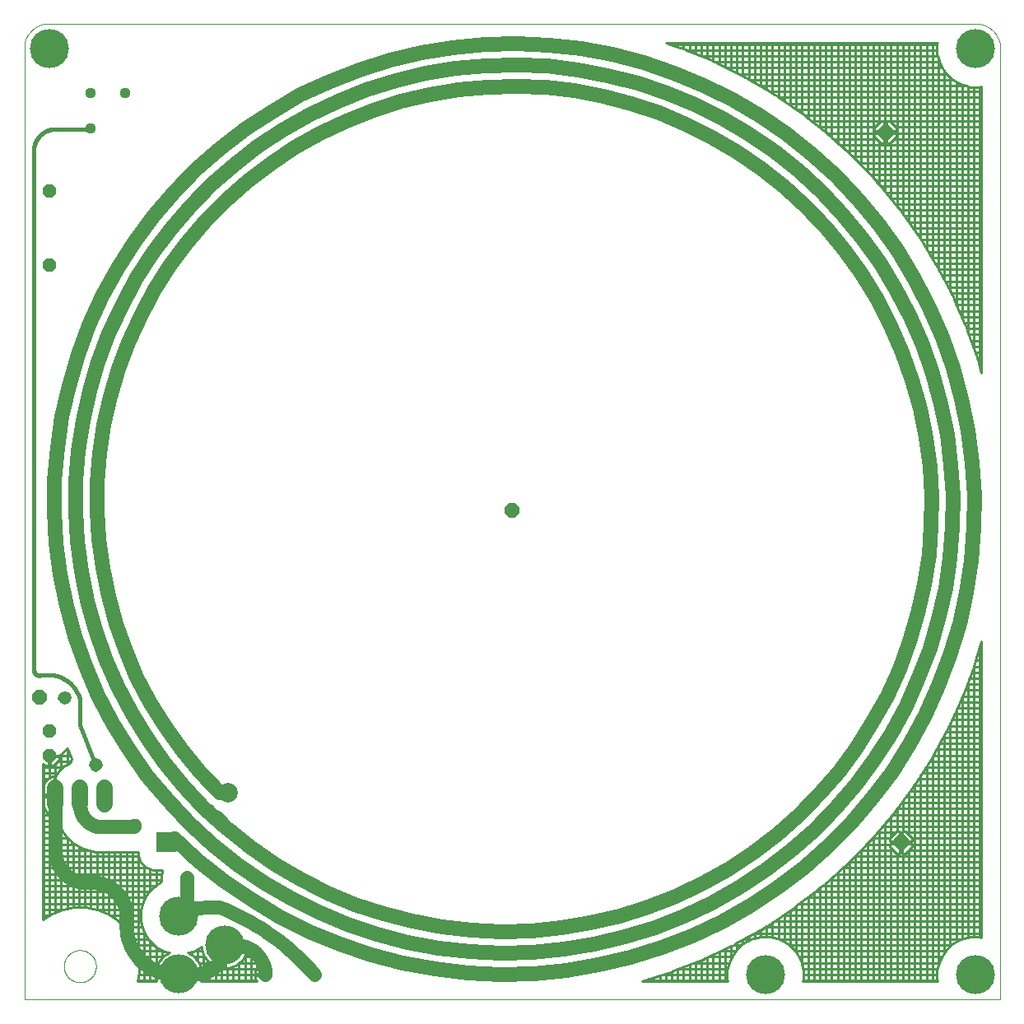
<source format=gbl>
G75*
%MOIN*%
%OFA0B0*%
%FSLAX25Y25*%
%IPPOS*%
%LPD*%
%AMOC8*
5,1,8,0,0,1.08239X$1,22.5*
%
%ADD10C,0.00000*%
%ADD11C,0.01040*%
%ADD12C,0.06600*%
%ADD13OC8,0.05200*%
%ADD14OC8,0.06000*%
%ADD15C,0.15811*%
%ADD16C,0.15800*%
%ADD17R,0.07874X0.07874*%
%ADD18C,0.07874*%
%ADD19C,0.04400*%
%ADD20C,0.06299*%
%ADD21C,0.05906*%
%ADD22C,0.01600*%
%ADD23C,0.01000*%
%ADD24C,0.05600*%
D10*
X0042595Y0025000D02*
X0042595Y0412500D01*
X0050095Y0420000D02*
X0430095Y0420000D01*
X0437595Y0412500D02*
X0437595Y0025000D01*
X0042595Y0025000D01*
X0058595Y0038500D02*
X0058597Y0038661D01*
X0058603Y0038821D01*
X0058613Y0038982D01*
X0058627Y0039142D01*
X0058645Y0039302D01*
X0058666Y0039461D01*
X0058692Y0039620D01*
X0058722Y0039778D01*
X0058755Y0039935D01*
X0058793Y0040092D01*
X0058834Y0040247D01*
X0058879Y0040401D01*
X0058928Y0040554D01*
X0058981Y0040706D01*
X0059037Y0040857D01*
X0059098Y0041006D01*
X0059161Y0041154D01*
X0059229Y0041300D01*
X0059300Y0041444D01*
X0059374Y0041586D01*
X0059452Y0041727D01*
X0059534Y0041865D01*
X0059619Y0042002D01*
X0059707Y0042136D01*
X0059799Y0042268D01*
X0059894Y0042398D01*
X0059992Y0042526D01*
X0060093Y0042651D01*
X0060197Y0042773D01*
X0060304Y0042893D01*
X0060414Y0043010D01*
X0060527Y0043125D01*
X0060643Y0043236D01*
X0060762Y0043345D01*
X0060883Y0043450D01*
X0061007Y0043553D01*
X0061133Y0043653D01*
X0061261Y0043749D01*
X0061392Y0043842D01*
X0061526Y0043932D01*
X0061661Y0044019D01*
X0061799Y0044102D01*
X0061938Y0044182D01*
X0062080Y0044258D01*
X0062223Y0044331D01*
X0062368Y0044400D01*
X0062515Y0044466D01*
X0062663Y0044528D01*
X0062813Y0044586D01*
X0062964Y0044641D01*
X0063117Y0044692D01*
X0063271Y0044739D01*
X0063426Y0044782D01*
X0063582Y0044821D01*
X0063738Y0044857D01*
X0063896Y0044888D01*
X0064054Y0044916D01*
X0064213Y0044940D01*
X0064373Y0044960D01*
X0064533Y0044976D01*
X0064693Y0044988D01*
X0064854Y0044996D01*
X0065015Y0045000D01*
X0065175Y0045000D01*
X0065336Y0044996D01*
X0065497Y0044988D01*
X0065657Y0044976D01*
X0065817Y0044960D01*
X0065977Y0044940D01*
X0066136Y0044916D01*
X0066294Y0044888D01*
X0066452Y0044857D01*
X0066608Y0044821D01*
X0066764Y0044782D01*
X0066919Y0044739D01*
X0067073Y0044692D01*
X0067226Y0044641D01*
X0067377Y0044586D01*
X0067527Y0044528D01*
X0067675Y0044466D01*
X0067822Y0044400D01*
X0067967Y0044331D01*
X0068110Y0044258D01*
X0068252Y0044182D01*
X0068391Y0044102D01*
X0068529Y0044019D01*
X0068664Y0043932D01*
X0068798Y0043842D01*
X0068929Y0043749D01*
X0069057Y0043653D01*
X0069183Y0043553D01*
X0069307Y0043450D01*
X0069428Y0043345D01*
X0069547Y0043236D01*
X0069663Y0043125D01*
X0069776Y0043010D01*
X0069886Y0042893D01*
X0069993Y0042773D01*
X0070097Y0042651D01*
X0070198Y0042526D01*
X0070296Y0042398D01*
X0070391Y0042268D01*
X0070483Y0042136D01*
X0070571Y0042002D01*
X0070656Y0041865D01*
X0070738Y0041727D01*
X0070816Y0041586D01*
X0070890Y0041444D01*
X0070961Y0041300D01*
X0071029Y0041154D01*
X0071092Y0041006D01*
X0071153Y0040857D01*
X0071209Y0040706D01*
X0071262Y0040554D01*
X0071311Y0040401D01*
X0071356Y0040247D01*
X0071397Y0040092D01*
X0071435Y0039935D01*
X0071468Y0039778D01*
X0071498Y0039620D01*
X0071524Y0039461D01*
X0071545Y0039302D01*
X0071563Y0039142D01*
X0071577Y0038982D01*
X0071587Y0038821D01*
X0071593Y0038661D01*
X0071595Y0038500D01*
X0071593Y0038339D01*
X0071587Y0038179D01*
X0071577Y0038018D01*
X0071563Y0037858D01*
X0071545Y0037698D01*
X0071524Y0037539D01*
X0071498Y0037380D01*
X0071468Y0037222D01*
X0071435Y0037065D01*
X0071397Y0036908D01*
X0071356Y0036753D01*
X0071311Y0036599D01*
X0071262Y0036446D01*
X0071209Y0036294D01*
X0071153Y0036143D01*
X0071092Y0035994D01*
X0071029Y0035846D01*
X0070961Y0035700D01*
X0070890Y0035556D01*
X0070816Y0035414D01*
X0070738Y0035273D01*
X0070656Y0035135D01*
X0070571Y0034998D01*
X0070483Y0034864D01*
X0070391Y0034732D01*
X0070296Y0034602D01*
X0070198Y0034474D01*
X0070097Y0034349D01*
X0069993Y0034227D01*
X0069886Y0034107D01*
X0069776Y0033990D01*
X0069663Y0033875D01*
X0069547Y0033764D01*
X0069428Y0033655D01*
X0069307Y0033550D01*
X0069183Y0033447D01*
X0069057Y0033347D01*
X0068929Y0033251D01*
X0068798Y0033158D01*
X0068664Y0033068D01*
X0068529Y0032981D01*
X0068391Y0032898D01*
X0068252Y0032818D01*
X0068110Y0032742D01*
X0067967Y0032669D01*
X0067822Y0032600D01*
X0067675Y0032534D01*
X0067527Y0032472D01*
X0067377Y0032414D01*
X0067226Y0032359D01*
X0067073Y0032308D01*
X0066919Y0032261D01*
X0066764Y0032218D01*
X0066608Y0032179D01*
X0066452Y0032143D01*
X0066294Y0032112D01*
X0066136Y0032084D01*
X0065977Y0032060D01*
X0065817Y0032040D01*
X0065657Y0032024D01*
X0065497Y0032012D01*
X0065336Y0032004D01*
X0065175Y0032000D01*
X0065015Y0032000D01*
X0064854Y0032004D01*
X0064693Y0032012D01*
X0064533Y0032024D01*
X0064373Y0032040D01*
X0064213Y0032060D01*
X0064054Y0032084D01*
X0063896Y0032112D01*
X0063738Y0032143D01*
X0063582Y0032179D01*
X0063426Y0032218D01*
X0063271Y0032261D01*
X0063117Y0032308D01*
X0062964Y0032359D01*
X0062813Y0032414D01*
X0062663Y0032472D01*
X0062515Y0032534D01*
X0062368Y0032600D01*
X0062223Y0032669D01*
X0062080Y0032742D01*
X0061938Y0032818D01*
X0061799Y0032898D01*
X0061661Y0032981D01*
X0061526Y0033068D01*
X0061392Y0033158D01*
X0061261Y0033251D01*
X0061133Y0033347D01*
X0061007Y0033447D01*
X0060883Y0033550D01*
X0060762Y0033655D01*
X0060643Y0033764D01*
X0060527Y0033875D01*
X0060414Y0033990D01*
X0060304Y0034107D01*
X0060197Y0034227D01*
X0060093Y0034349D01*
X0059992Y0034474D01*
X0059894Y0034602D01*
X0059799Y0034732D01*
X0059707Y0034864D01*
X0059619Y0034998D01*
X0059534Y0035135D01*
X0059452Y0035273D01*
X0059374Y0035414D01*
X0059300Y0035556D01*
X0059229Y0035700D01*
X0059161Y0035846D01*
X0059098Y0035994D01*
X0059037Y0036143D01*
X0058981Y0036294D01*
X0058928Y0036446D01*
X0058879Y0036599D01*
X0058834Y0036753D01*
X0058793Y0036908D01*
X0058755Y0037065D01*
X0058722Y0037222D01*
X0058692Y0037380D01*
X0058666Y0037539D01*
X0058645Y0037698D01*
X0058627Y0037858D01*
X0058613Y0038018D01*
X0058603Y0038179D01*
X0058597Y0038339D01*
X0058595Y0038500D01*
X0042596Y0412499D02*
X0042667Y0412748D01*
X0042743Y0412994D01*
X0042826Y0413238D01*
X0042915Y0413481D01*
X0043009Y0413721D01*
X0043110Y0413959D01*
X0043216Y0414194D01*
X0043327Y0414427D01*
X0043445Y0414657D01*
X0043567Y0414884D01*
X0043696Y0415108D01*
X0043829Y0415329D01*
X0043968Y0415546D01*
X0044112Y0415760D01*
X0044261Y0415971D01*
X0044415Y0416178D01*
X0044575Y0416381D01*
X0044739Y0416580D01*
X0044908Y0416776D01*
X0045081Y0416967D01*
X0045259Y0417153D01*
X0045442Y0417336D01*
X0045628Y0417514D01*
X0045819Y0417687D01*
X0046015Y0417856D01*
X0046214Y0418020D01*
X0046417Y0418180D01*
X0046624Y0418334D01*
X0046835Y0418483D01*
X0047049Y0418627D01*
X0047266Y0418766D01*
X0047487Y0418899D01*
X0047711Y0419028D01*
X0047938Y0419150D01*
X0048168Y0419268D01*
X0048401Y0419379D01*
X0048636Y0419485D01*
X0048874Y0419586D01*
X0049114Y0419680D01*
X0049357Y0419769D01*
X0049601Y0419852D01*
X0049847Y0419928D01*
X0050096Y0419999D01*
X0430095Y0419999D02*
X0430344Y0419928D01*
X0430590Y0419852D01*
X0430834Y0419769D01*
X0431077Y0419680D01*
X0431317Y0419586D01*
X0431555Y0419485D01*
X0431790Y0419379D01*
X0432023Y0419268D01*
X0432253Y0419150D01*
X0432480Y0419028D01*
X0432704Y0418899D01*
X0432925Y0418766D01*
X0433142Y0418627D01*
X0433356Y0418483D01*
X0433567Y0418334D01*
X0433774Y0418180D01*
X0433977Y0418020D01*
X0434176Y0417856D01*
X0434372Y0417687D01*
X0434563Y0417514D01*
X0434749Y0417336D01*
X0434932Y0417153D01*
X0435110Y0416967D01*
X0435283Y0416776D01*
X0435452Y0416580D01*
X0435616Y0416381D01*
X0435776Y0416178D01*
X0435930Y0415971D01*
X0436079Y0415760D01*
X0436223Y0415546D01*
X0436362Y0415329D01*
X0436495Y0415108D01*
X0436624Y0414884D01*
X0436746Y0414657D01*
X0436864Y0414427D01*
X0436975Y0414194D01*
X0437081Y0413959D01*
X0437182Y0413721D01*
X0437276Y0413481D01*
X0437365Y0413238D01*
X0437448Y0412994D01*
X0437524Y0412748D01*
X0437595Y0412499D01*
D11*
X0108038Y0075952D02*
X0107518Y0076472D01*
X0109240Y0076472D01*
X0110458Y0075254D01*
X0110458Y0073532D01*
X0109240Y0072314D01*
X0107518Y0072314D01*
X0106300Y0073532D01*
X0106300Y0075254D01*
X0107518Y0076472D01*
X0107841Y0075692D01*
X0108917Y0075692D01*
X0109678Y0074931D01*
X0109678Y0073855D01*
X0108917Y0073094D01*
X0107841Y0073094D01*
X0107080Y0073855D01*
X0107080Y0074931D01*
X0107841Y0075692D01*
X0108164Y0074912D01*
X0108594Y0074912D01*
X0108898Y0074608D01*
X0108898Y0074178D01*
X0108594Y0073874D01*
X0108164Y0073874D01*
X0107860Y0074178D01*
X0107860Y0074608D01*
X0108164Y0074912D01*
X0086825Y0097166D02*
X0086305Y0097686D01*
X0088027Y0097686D01*
X0089245Y0096468D01*
X0089245Y0094746D01*
X0088027Y0093528D01*
X0086305Y0093528D01*
X0085087Y0094746D01*
X0085087Y0096468D01*
X0086305Y0097686D01*
X0086628Y0096906D01*
X0087704Y0096906D01*
X0088465Y0096145D01*
X0088465Y0095069D01*
X0087704Y0094308D01*
X0086628Y0094308D01*
X0085867Y0095069D01*
X0085867Y0096145D01*
X0086628Y0096906D01*
X0086951Y0096126D01*
X0087381Y0096126D01*
X0087685Y0095822D01*
X0087685Y0095392D01*
X0087381Y0095088D01*
X0086951Y0095088D01*
X0086647Y0095392D01*
X0086647Y0095822D01*
X0086951Y0096126D01*
X0071012Y0118427D02*
X0071532Y0117907D01*
X0069913Y0118496D01*
X0069186Y0120057D01*
X0069775Y0121676D01*
X0071336Y0122403D01*
X0072955Y0121814D01*
X0073682Y0120253D01*
X0073093Y0118634D01*
X0071532Y0117907D01*
X0071495Y0118750D01*
X0070484Y0119119D01*
X0070029Y0120094D01*
X0070398Y0121105D01*
X0071373Y0121560D01*
X0072384Y0121191D01*
X0072839Y0120216D01*
X0072470Y0119205D01*
X0071495Y0118750D01*
X0071458Y0119593D01*
X0071054Y0119741D01*
X0070872Y0120131D01*
X0071020Y0120535D01*
X0071410Y0120717D01*
X0071814Y0120569D01*
X0071996Y0120179D01*
X0071848Y0119775D01*
X0071458Y0119593D01*
X0058334Y0145617D02*
X0058854Y0145097D01*
X0057235Y0145686D01*
X0056508Y0147247D01*
X0057097Y0148866D01*
X0058658Y0149593D01*
X0060277Y0149004D01*
X0061004Y0147443D01*
X0060415Y0145824D01*
X0058854Y0145097D01*
X0058817Y0145940D01*
X0057806Y0146309D01*
X0057351Y0147284D01*
X0057720Y0148295D01*
X0058695Y0148750D01*
X0059706Y0148381D01*
X0060161Y0147406D01*
X0059792Y0146395D01*
X0058817Y0145940D01*
X0058780Y0146783D01*
X0058376Y0146931D01*
X0058194Y0147321D01*
X0058342Y0147725D01*
X0058732Y0147907D01*
X0059136Y0147759D01*
X0059318Y0147369D01*
X0059170Y0146965D01*
X0058780Y0146783D01*
D12*
X0055095Y0110800D02*
X0055095Y0104200D01*
X0065095Y0104200D02*
X0065095Y0110800D01*
X0075095Y0110800D02*
X0075095Y0104200D01*
D13*
X0052595Y0123750D03*
X0052595Y0133750D03*
X0140095Y0035000D03*
X0160095Y0035000D03*
X0052595Y0322500D03*
X0052595Y0352500D03*
D14*
X0048845Y0147500D03*
X0240095Y0223000D03*
X0391345Y0376250D03*
X0397595Y0088750D03*
D15*
X0427595Y0035000D03*
X0342595Y0035000D03*
X0427595Y0410000D03*
X0052595Y0410000D03*
D16*
X0105095Y0058937D03*
X0123599Y0047126D03*
X0105095Y0035315D03*
D17*
X0100095Y0088750D03*
D18*
X0125095Y0108750D03*
D19*
X0069274Y0377929D03*
X0069274Y0392071D03*
X0083416Y0392071D03*
D20*
X0116845Y0101500D03*
D21*
X0115513Y0102532D02*
X0107138Y0111372D01*
X0099395Y0120780D01*
X0092325Y0130710D01*
X0085960Y0141116D01*
X0080334Y0151946D01*
X0075474Y0163148D01*
X0071406Y0174668D01*
X0068149Y0186451D01*
X0065721Y0198439D01*
X0064134Y0210573D01*
X0063397Y0222796D01*
X0063515Y0235046D01*
X0064488Y0247266D01*
X0066311Y0259394D01*
X0068978Y0271372D01*
X0072476Y0283141D01*
X0076788Y0294644D01*
X0081895Y0305825D01*
X0087774Y0316627D01*
X0094394Y0326999D01*
X0101727Y0336889D01*
X0109735Y0346249D01*
X0118382Y0355032D01*
X0127626Y0363194D01*
X0137422Y0370696D01*
X0147723Y0377501D01*
X0158479Y0383573D01*
X0169639Y0388883D01*
X0181148Y0393404D01*
X0192951Y0397113D01*
X0204991Y0399992D01*
X0217208Y0402024D01*
X0229545Y0403200D01*
X0241940Y0403512D01*
X0254333Y0402959D01*
X0266665Y0401542D01*
X0278873Y0399267D01*
X0290900Y0396144D01*
X0302687Y0392187D01*
X0314174Y0387415D01*
X0325307Y0381851D01*
X0336031Y0375520D01*
X0346291Y0368453D01*
X0356040Y0360682D01*
X0365227Y0352246D01*
X0373808Y0343185D01*
X0381741Y0333542D01*
X0388985Y0323364D01*
X0395505Y0312699D01*
X0401268Y0301600D01*
X0406246Y0290120D01*
X0410413Y0278313D01*
X0413748Y0266239D01*
X0416234Y0253955D01*
X0417858Y0241520D01*
X0418610Y0228996D01*
X0418487Y0216443D01*
X0417489Y0203923D01*
X0415617Y0191496D01*
X0412883Y0179223D01*
X0409297Y0167164D01*
X0404876Y0155379D01*
X0399641Y0143925D01*
X0393616Y0132858D01*
X0386831Y0122233D01*
X0379317Y0112101D01*
X0371110Y0102513D01*
X0362249Y0093517D01*
X0352777Y0085156D01*
X0342740Y0077472D01*
X0332186Y0070503D01*
X0321165Y0064284D01*
X0309731Y0058846D01*
X0297940Y0054217D01*
X0285847Y0050419D01*
X0273513Y0047473D01*
X0260997Y0045393D01*
X0248359Y0044191D01*
X0235662Y0043873D01*
X0222967Y0044442D01*
X0210336Y0045896D01*
X0197830Y0048229D01*
X0185511Y0051430D01*
X0173439Y0055486D01*
X0161673Y0060375D01*
X0150271Y0066077D01*
X0139288Y0072564D01*
X0128780Y0079805D01*
X0118797Y0087765D01*
X0109388Y0096407D01*
X0100601Y0105690D01*
X0092478Y0115567D01*
X0085061Y0125993D01*
X0078385Y0136917D01*
X0072484Y0148285D01*
X0067388Y0160044D01*
X0063123Y0172136D01*
X0059710Y0184503D01*
X0057166Y0197084D01*
X0055506Y0209818D01*
X0054737Y0222644D01*
X0054866Y0235499D01*
X0055891Y0248321D01*
X0057809Y0261047D01*
X0060612Y0273614D01*
X0064286Y0285961D01*
X0068815Y0298028D01*
X0074178Y0309757D01*
X0080349Y0321088D01*
X0087299Y0331967D01*
X0094995Y0342340D01*
X0103401Y0352156D01*
X0112475Y0361366D01*
X0122175Y0369926D01*
X0132454Y0377792D01*
X0143262Y0384925D01*
X0154547Y0391290D01*
X0166254Y0396856D01*
X0178328Y0401594D01*
X0190709Y0405480D01*
X0203338Y0408494D01*
X0216153Y0410621D01*
X0229091Y0411849D01*
X0242091Y0412173D01*
X0255088Y0411588D01*
X0268019Y0410097D01*
X0280822Y0407706D01*
X0293433Y0404427D01*
X0305791Y0400273D01*
X0317835Y0395265D01*
X0329506Y0389426D01*
X0340748Y0382784D01*
X0351504Y0375369D01*
X0361722Y0367219D01*
X0371352Y0358371D01*
X0380345Y0348867D01*
X0388658Y0338755D01*
X0396249Y0328082D01*
X0403081Y0316898D01*
X0409118Y0305260D01*
X0414332Y0293224D01*
X0418696Y0280846D01*
X0422187Y0268187D01*
X0424789Y0255309D01*
X0426486Y0242275D01*
X0427270Y0229147D01*
X0427137Y0215990D01*
X0426085Y0202867D01*
X0424120Y0189843D01*
X0421249Y0176981D01*
X0417486Y0164345D01*
X0412849Y0151995D01*
X0407359Y0139993D01*
X0401040Y0128397D01*
X0393926Y0117265D01*
X0386048Y0106650D01*
X0377444Y0096606D01*
X0368156Y0087182D01*
X0358228Y0078424D01*
X0347708Y0070377D01*
X0336647Y0063079D01*
X0325097Y0056566D01*
X0313115Y0050873D01*
X0300759Y0046028D01*
X0288089Y0042053D01*
X0275166Y0038971D01*
X0262053Y0036796D01*
X0248813Y0035541D01*
X0235511Y0035213D01*
X0222212Y0035814D01*
X0208981Y0037342D01*
X0195882Y0039790D01*
X0182979Y0043148D01*
X0170335Y0047399D01*
X0158013Y0052525D01*
X0146072Y0058502D01*
X0134571Y0065300D01*
X0123567Y0072888D01*
X0113114Y0081228D01*
X0103264Y0090283D01*
X0115513Y0102532D02*
X0124479Y0094302D01*
X0125280Y0093664D01*
X0133992Y0086722D01*
X0144006Y0079828D01*
X0154470Y0073653D01*
X0165334Y0068225D01*
X0176543Y0063572D01*
X0188044Y0059713D01*
X0199778Y0056669D01*
X0211691Y0054451D01*
X0223722Y0053071D01*
X0235814Y0052533D01*
X0247906Y0052841D01*
X0259941Y0053990D01*
X0271860Y0055975D01*
X0283606Y0058786D01*
X0295120Y0062407D01*
X0306347Y0066819D01*
X0317232Y0072001D01*
X0327725Y0077927D01*
X0337772Y0084567D01*
X0347326Y0091887D01*
X0356342Y0099851D01*
X0364775Y0108421D01*
X0372586Y0117552D01*
X0379736Y0127201D01*
X0386192Y0137319D01*
X0391924Y0147857D01*
X0396903Y0158764D01*
X0401107Y0169984D01*
X0404516Y0181465D01*
X0407115Y0193148D01*
X0408892Y0204978D01*
X0409838Y0216896D01*
X0409950Y0228845D01*
X0409229Y0240765D01*
X0407679Y0252600D01*
X0405308Y0264291D01*
X0402130Y0275781D01*
X0398160Y0287016D01*
X0393419Y0297940D01*
X0387930Y0308500D01*
X0381721Y0318647D01*
X0374824Y0328330D01*
X0367272Y0337503D01*
X0359103Y0346122D01*
X0350357Y0354145D01*
X0341079Y0361535D01*
X0331313Y0368256D01*
X0321108Y0374275D01*
X0310514Y0379566D01*
X0299583Y0384101D01*
X0288368Y0387861D01*
X0276925Y0390827D01*
X0265310Y0392987D01*
X0253578Y0394331D01*
X0241789Y0394852D01*
X0229998Y0394550D01*
X0218264Y0393427D01*
X0206643Y0391489D01*
X0195193Y0388747D01*
X0183968Y0385215D01*
X0173023Y0380910D01*
X0162411Y0375856D01*
X0152184Y0370076D01*
X0142390Y0363601D01*
X0133077Y0356463D01*
X0124289Y0348697D01*
X0116070Y0340342D01*
X0108458Y0331438D01*
X0101489Y0322031D01*
X0095198Y0312166D01*
X0089613Y0301892D01*
X0084761Y0291260D01*
X0080665Y0280322D01*
X0077344Y0269130D01*
X0074813Y0257741D01*
X0073084Y0246210D01*
X0072165Y0234593D01*
X0072058Y0222947D01*
X0072763Y0211328D01*
X0074276Y0199794D01*
X0076589Y0188399D01*
X0079689Y0177201D01*
X0083560Y0166252D01*
X0088184Y0155607D01*
X0093536Y0145315D01*
X0099589Y0135428D01*
X0106313Y0125992D01*
X0113675Y0117054D01*
X0121637Y0108656D01*
D22*
X0121637Y0108750D01*
X0125095Y0108750D01*
X0117444Y0101500D02*
X0116845Y0101500D01*
X0117444Y0101500D02*
X0117633Y0101498D01*
X0117823Y0101491D01*
X0118012Y0101479D01*
X0118200Y0101463D01*
X0118389Y0101443D01*
X0118576Y0101418D01*
X0118763Y0101388D01*
X0118950Y0101354D01*
X0119135Y0101315D01*
X0119319Y0101272D01*
X0119503Y0101225D01*
X0119685Y0101173D01*
X0119865Y0101116D01*
X0120045Y0101056D01*
X0120223Y0100991D01*
X0120399Y0100922D01*
X0120573Y0100848D01*
X0120746Y0100770D01*
X0120917Y0100688D01*
X0121086Y0100602D01*
X0121252Y0100512D01*
X0121417Y0100418D01*
X0121579Y0100320D01*
X0121738Y0100219D01*
X0121895Y0100113D01*
X0122050Y0100003D01*
X0122202Y0099890D01*
X0122351Y0099774D01*
X0122497Y0099653D01*
X0122640Y0099529D01*
X0122780Y0099402D01*
X0122918Y0099271D01*
X0123051Y0099138D01*
X0123182Y0099000D01*
X0123309Y0098860D01*
X0123433Y0098717D01*
X0123554Y0098571D01*
X0123670Y0098422D01*
X0123783Y0098270D01*
X0123893Y0098115D01*
X0123999Y0097958D01*
X0124100Y0097799D01*
X0124198Y0097637D01*
X0124292Y0097472D01*
X0124382Y0097306D01*
X0124468Y0097137D01*
X0124550Y0096966D01*
X0124628Y0096793D01*
X0124702Y0096619D01*
X0124771Y0096443D01*
X0124836Y0096265D01*
X0124896Y0096085D01*
X0124953Y0095905D01*
X0125005Y0095723D01*
X0125052Y0095539D01*
X0125095Y0095355D01*
X0125134Y0095170D01*
X0125168Y0094983D01*
X0125198Y0094796D01*
X0125223Y0094609D01*
X0125243Y0094420D01*
X0125259Y0094232D01*
X0125271Y0094043D01*
X0125278Y0093853D01*
X0125280Y0093664D01*
X0103264Y0090283D02*
X0100095Y0090283D01*
X0100095Y0088750D01*
X0071434Y0120155D02*
X0065095Y0136250D01*
X0065184Y0146161D01*
X0065185Y0146161D02*
X0065104Y0146484D01*
X0065015Y0146806D01*
X0064919Y0147125D01*
X0064815Y0147441D01*
X0064703Y0147755D01*
X0064583Y0148066D01*
X0064456Y0148374D01*
X0064321Y0148679D01*
X0064179Y0148980D01*
X0064029Y0149278D01*
X0063872Y0149572D01*
X0063708Y0149862D01*
X0063537Y0150148D01*
X0063359Y0150430D01*
X0063174Y0150707D01*
X0062983Y0150980D01*
X0062784Y0151248D01*
X0062580Y0151511D01*
X0062368Y0151769D01*
X0062151Y0152021D01*
X0061927Y0152268D01*
X0061698Y0152510D01*
X0061462Y0152746D01*
X0061221Y0152976D01*
X0060975Y0153200D01*
X0060722Y0153418D01*
X0060465Y0153630D01*
X0060202Y0153835D01*
X0059935Y0154034D01*
X0059663Y0154226D01*
X0059386Y0154411D01*
X0059104Y0154590D01*
X0058819Y0154761D01*
X0058529Y0154926D01*
X0058235Y0155083D01*
X0057937Y0155233D01*
X0057636Y0155376D01*
X0057332Y0155512D01*
X0057024Y0155639D01*
X0056713Y0155760D01*
X0056400Y0155872D01*
X0056083Y0155977D01*
X0055764Y0156074D01*
X0055443Y0156163D01*
X0055120Y0156245D01*
X0054795Y0156318D01*
X0054468Y0156383D01*
X0054140Y0156441D01*
X0053810Y0156490D01*
X0053479Y0156531D01*
X0053148Y0156564D01*
X0052815Y0156589D01*
X0052483Y0156605D01*
X0052149Y0156614D01*
X0051816Y0156614D01*
X0051483Y0156606D01*
X0051150Y0156590D01*
X0050818Y0156566D01*
X0050486Y0156534D01*
X0050155Y0156493D01*
X0049826Y0156445D01*
X0049497Y0156388D01*
X0049170Y0156323D01*
X0048845Y0156251D01*
X0048845Y0156250D02*
X0048747Y0156252D01*
X0048649Y0156258D01*
X0048551Y0156267D01*
X0048454Y0156281D01*
X0048357Y0156298D01*
X0048261Y0156319D01*
X0048166Y0156344D01*
X0048072Y0156372D01*
X0047980Y0156405D01*
X0047888Y0156440D01*
X0047798Y0156480D01*
X0047710Y0156522D01*
X0047623Y0156569D01*
X0047539Y0156618D01*
X0047456Y0156671D01*
X0047376Y0156727D01*
X0047297Y0156787D01*
X0047221Y0156849D01*
X0047148Y0156914D01*
X0047077Y0156982D01*
X0047009Y0157053D01*
X0046944Y0157126D01*
X0046882Y0157202D01*
X0046822Y0157281D01*
X0046766Y0157361D01*
X0046713Y0157444D01*
X0046664Y0157528D01*
X0046617Y0157615D01*
X0046575Y0157703D01*
X0046535Y0157793D01*
X0046500Y0157885D01*
X0046467Y0157977D01*
X0046439Y0158071D01*
X0046414Y0158166D01*
X0046393Y0158262D01*
X0046376Y0158359D01*
X0046362Y0158456D01*
X0046353Y0158554D01*
X0046347Y0158652D01*
X0046345Y0158750D01*
X0046345Y0368750D01*
X0046348Y0368961D01*
X0046355Y0369173D01*
X0046368Y0369384D01*
X0046386Y0369594D01*
X0046409Y0369805D01*
X0046437Y0370014D01*
X0046470Y0370223D01*
X0046508Y0370431D01*
X0046551Y0370638D01*
X0046599Y0370844D01*
X0046652Y0371049D01*
X0046710Y0371252D01*
X0046773Y0371454D01*
X0046841Y0371654D01*
X0046914Y0371853D01*
X0046991Y0372050D01*
X0047073Y0372244D01*
X0047160Y0372437D01*
X0047251Y0372628D01*
X0047347Y0372816D01*
X0047448Y0373002D01*
X0047553Y0373186D01*
X0047662Y0373367D01*
X0047776Y0373545D01*
X0047894Y0373721D01*
X0048016Y0373893D01*
X0048142Y0374063D01*
X0048273Y0374229D01*
X0048407Y0374392D01*
X0048546Y0374552D01*
X0048688Y0374709D01*
X0048834Y0374862D01*
X0048983Y0375011D01*
X0049136Y0375157D01*
X0049293Y0375299D01*
X0049453Y0375438D01*
X0049616Y0375572D01*
X0049782Y0375703D01*
X0049952Y0375829D01*
X0050124Y0375951D01*
X0050300Y0376069D01*
X0050478Y0376183D01*
X0050659Y0376292D01*
X0050843Y0376397D01*
X0051029Y0376498D01*
X0051217Y0376594D01*
X0051408Y0376685D01*
X0051601Y0376772D01*
X0051795Y0376854D01*
X0051992Y0376931D01*
X0052191Y0377004D01*
X0052391Y0377072D01*
X0052593Y0377135D01*
X0052796Y0377193D01*
X0053001Y0377246D01*
X0053207Y0377294D01*
X0053414Y0377337D01*
X0053622Y0377375D01*
X0053831Y0377408D01*
X0054040Y0377436D01*
X0054251Y0377459D01*
X0054461Y0377477D01*
X0054672Y0377490D01*
X0054884Y0377497D01*
X0055095Y0377500D01*
X0068845Y0377500D01*
X0068885Y0377502D01*
X0068924Y0377507D01*
X0068962Y0377516D01*
X0069000Y0377529D01*
X0069036Y0377545D01*
X0069071Y0377564D01*
X0069104Y0377587D01*
X0069134Y0377612D01*
X0069162Y0377640D01*
X0069187Y0377670D01*
X0069210Y0377703D01*
X0069229Y0377738D01*
X0069245Y0377774D01*
X0069258Y0377812D01*
X0069267Y0377850D01*
X0069272Y0377889D01*
X0069274Y0377929D01*
D23*
X0302222Y0412500D02*
X0412316Y0412500D01*
X0412190Y0412028D01*
X0412190Y0410199D01*
X0412158Y0410000D01*
X0412190Y0409801D01*
X0412190Y0407972D01*
X0412898Y0405327D01*
X0412914Y0405230D01*
X0412936Y0405185D01*
X0413239Y0404054D01*
X0415268Y0400541D01*
X0418136Y0397673D01*
X0421649Y0395644D01*
X0422780Y0395341D01*
X0422825Y0395319D01*
X0422923Y0395303D01*
X0425567Y0394594D01*
X0427396Y0394594D01*
X0427595Y0394563D01*
X0427794Y0394594D01*
X0429623Y0394594D01*
X0430095Y0394721D01*
X0430095Y0278830D01*
X0429040Y0282655D01*
X0429012Y0283023D01*
X0428676Y0283977D01*
X0428407Y0284951D01*
X0428220Y0285270D01*
X0424525Y0295750D01*
X0424471Y0296116D01*
X0424069Y0297044D01*
X0423733Y0297997D01*
X0423524Y0298302D01*
X0419110Y0308492D01*
X0419031Y0308853D01*
X0418565Y0309750D01*
X0418163Y0310678D01*
X0417933Y0310968D01*
X0412822Y0320819D01*
X0412718Y0321173D01*
X0412191Y0322036D01*
X0411725Y0322934D01*
X0411476Y0323206D01*
X0405694Y0332672D01*
X0405565Y0333018D01*
X0404979Y0333842D01*
X0404452Y0334705D01*
X0404184Y0334960D01*
X0397759Y0343993D01*
X0397607Y0344330D01*
X0396965Y0345111D01*
X0396379Y0345935D01*
X0396094Y0346170D01*
X0389059Y0354728D01*
X0388883Y0355053D01*
X0388188Y0355787D01*
X0387546Y0356568D01*
X0387245Y0356783D01*
X0379636Y0364824D01*
X0379437Y0365136D01*
X0378693Y0365821D01*
X0377998Y0366555D01*
X0377683Y0366749D01*
X0369536Y0374235D01*
X0369316Y0374533D01*
X0368526Y0375163D01*
X0367781Y0375847D01*
X0367454Y0376018D01*
X0358809Y0382913D01*
X0358569Y0383195D01*
X0357737Y0383769D01*
X0356946Y0384399D01*
X0356608Y0384547D01*
X0347509Y0390819D01*
X0347250Y0391083D01*
X0346380Y0391597D01*
X0345547Y0392171D01*
X0345199Y0392295D01*
X0335690Y0397914D01*
X0335414Y0398159D01*
X0334510Y0398611D01*
X0333639Y0399126D01*
X0333283Y0399225D01*
X0323411Y0404163D01*
X0323118Y0404389D01*
X0322185Y0404777D01*
X0321280Y0405229D01*
X0320918Y0405303D01*
X0310733Y0409539D01*
X0310425Y0409743D01*
X0309467Y0410065D01*
X0308533Y0410453D01*
X0308167Y0410502D01*
X0302222Y0412500D01*
X0302295Y0412500D02*
X0302295Y0412475D01*
X0304007Y0411900D02*
X0412190Y0411900D01*
X0410295Y0412500D02*
X0410295Y0325139D01*
X0410075Y0325500D02*
X0430095Y0325500D01*
X0430095Y0323100D02*
X0411573Y0323100D01*
X0412695Y0321210D02*
X0412695Y0406085D01*
X0412423Y0407100D02*
X0316598Y0407100D01*
X0316695Y0407059D02*
X0316695Y0412500D01*
X0314295Y0412500D02*
X0314295Y0408057D01*
X0311895Y0409055D02*
X0311895Y0412500D01*
X0309495Y0412500D02*
X0309495Y0410056D01*
X0310826Y0409500D02*
X0412190Y0409500D01*
X0413066Y0404700D02*
X0322370Y0404700D01*
X0321495Y0405122D02*
X0321495Y0412500D01*
X0319095Y0412500D02*
X0319095Y0406062D01*
X0323895Y0403921D02*
X0323895Y0412500D01*
X0326295Y0412500D02*
X0326295Y0402721D01*
X0327136Y0402300D02*
X0414252Y0402300D01*
X0415095Y0400840D02*
X0415095Y0316438D01*
X0415374Y0315900D02*
X0430095Y0315900D01*
X0430095Y0313500D02*
X0416619Y0313500D01*
X0417495Y0311812D02*
X0417495Y0398313D01*
X0418435Y0397500D02*
X0336390Y0397500D01*
X0335895Y0397792D02*
X0335895Y0412500D01*
X0333495Y0412500D02*
X0333495Y0399166D01*
X0331933Y0399900D02*
X0415908Y0399900D01*
X0419895Y0396657D02*
X0419895Y0306679D01*
X0420059Y0306300D02*
X0430095Y0306300D01*
X0430095Y0303900D02*
X0421099Y0303900D01*
X0422139Y0301500D02*
X0430095Y0301500D01*
X0430095Y0299100D02*
X0423178Y0299100D01*
X0422295Y0301139D02*
X0422295Y0395471D01*
X0423680Y0395100D02*
X0340452Y0395100D01*
X0340695Y0394956D02*
X0340695Y0412500D01*
X0338295Y0412500D02*
X0338295Y0396374D01*
X0343095Y0393538D02*
X0343095Y0412500D01*
X0345495Y0412500D02*
X0345495Y0392190D01*
X0344513Y0392700D02*
X0430095Y0392700D01*
X0429495Y0394594D02*
X0429495Y0281005D01*
X0429800Y0279900D02*
X0430095Y0279900D01*
X0430095Y0282300D02*
X0429138Y0282300D01*
X0428476Y0284700D02*
X0430095Y0284700D01*
X0430095Y0287100D02*
X0427575Y0287100D01*
X0427095Y0288460D02*
X0427095Y0394594D01*
X0424695Y0394828D02*
X0424695Y0295268D01*
X0425036Y0294300D02*
X0430095Y0294300D01*
X0430095Y0296700D02*
X0424218Y0296700D01*
X0425882Y0291900D02*
X0430095Y0291900D01*
X0430095Y0289500D02*
X0426728Y0289500D01*
X0430095Y0308700D02*
X0419064Y0308700D01*
X0417865Y0311100D02*
X0430095Y0311100D01*
X0430095Y0318300D02*
X0414129Y0318300D01*
X0412884Y0320700D02*
X0430095Y0320700D01*
X0430095Y0327900D02*
X0408609Y0327900D01*
X0407895Y0329068D02*
X0407895Y0412500D01*
X0405495Y0412500D02*
X0405495Y0333116D01*
X0405683Y0332700D02*
X0430095Y0332700D01*
X0430095Y0335100D02*
X0404084Y0335100D01*
X0403095Y0336491D02*
X0403095Y0412500D01*
X0400695Y0412500D02*
X0400695Y0339865D01*
X0400670Y0339900D02*
X0430095Y0339900D01*
X0430095Y0337500D02*
X0402377Y0337500D01*
X0398964Y0342300D02*
X0430095Y0342300D01*
X0430095Y0344700D02*
X0397302Y0344700D01*
X0398295Y0343240D02*
X0398295Y0412500D01*
X0395895Y0412500D02*
X0395895Y0346412D01*
X0395329Y0347100D02*
X0430095Y0347100D01*
X0430095Y0349500D02*
X0393356Y0349500D01*
X0393495Y0349331D02*
X0393495Y0372036D01*
X0393209Y0371750D02*
X0395845Y0374386D01*
X0395845Y0375750D01*
X0391845Y0375750D01*
X0391845Y0371750D01*
X0393209Y0371750D01*
X0391845Y0373500D02*
X0390845Y0373500D01*
X0390845Y0371750D02*
X0390845Y0375750D01*
X0386845Y0375750D01*
X0386845Y0374386D01*
X0389481Y0371750D01*
X0390845Y0371750D01*
X0388695Y0372536D02*
X0388695Y0355251D01*
X0389410Y0354300D02*
X0430095Y0354300D01*
X0430095Y0351900D02*
X0391383Y0351900D01*
X0391095Y0352251D02*
X0391095Y0375750D01*
X0390845Y0375750D02*
X0391845Y0375750D01*
X0391845Y0376750D01*
X0390845Y0376750D01*
X0390845Y0375750D01*
X0390845Y0375900D02*
X0367680Y0375900D01*
X0367095Y0376304D02*
X0367095Y0412500D01*
X0364695Y0412500D02*
X0364695Y0378218D01*
X0364593Y0378300D02*
X0387031Y0378300D01*
X0386845Y0378114D02*
X0386845Y0376750D01*
X0390845Y0376750D01*
X0390845Y0380750D01*
X0389481Y0380750D01*
X0386845Y0378114D01*
X0388695Y0376750D02*
X0388695Y0375750D01*
X0387731Y0373500D02*
X0370336Y0373500D01*
X0369495Y0374290D02*
X0369495Y0412500D01*
X0371895Y0412500D02*
X0371895Y0372067D01*
X0372947Y0371100D02*
X0430095Y0371100D01*
X0430095Y0368700D02*
X0375559Y0368700D01*
X0376695Y0367656D02*
X0376695Y0412500D01*
X0374295Y0412500D02*
X0374295Y0369862D01*
X0378239Y0366300D02*
X0430095Y0366300D01*
X0430095Y0363900D02*
X0380510Y0363900D01*
X0381495Y0362859D02*
X0381495Y0412500D01*
X0379095Y0412500D02*
X0379095Y0365451D01*
X0382782Y0361500D02*
X0430095Y0361500D01*
X0430095Y0359100D02*
X0385053Y0359100D01*
X0383895Y0360323D02*
X0383895Y0412500D01*
X0386295Y0412500D02*
X0386295Y0357787D01*
X0387362Y0356700D02*
X0430095Y0356700D01*
X0430095Y0373500D02*
X0394959Y0373500D01*
X0393495Y0375750D02*
X0393495Y0376750D01*
X0391845Y0376750D02*
X0395845Y0376750D01*
X0395845Y0378114D01*
X0393209Y0380750D01*
X0391845Y0380750D01*
X0391845Y0376750D01*
X0391095Y0376750D02*
X0391095Y0412500D01*
X0388695Y0412500D02*
X0388695Y0379964D01*
X0389431Y0380700D02*
X0361584Y0380700D01*
X0362295Y0380133D02*
X0362295Y0412500D01*
X0359895Y0412500D02*
X0359895Y0382047D01*
X0358650Y0383100D02*
X0430095Y0383100D01*
X0430095Y0385500D02*
X0355225Y0385500D01*
X0355095Y0385590D02*
X0355095Y0412500D01*
X0352695Y0412500D02*
X0352695Y0387244D01*
X0351743Y0387900D02*
X0430095Y0387900D01*
X0430095Y0390300D02*
X0348262Y0390300D01*
X0347895Y0390553D02*
X0347895Y0412500D01*
X0350295Y0412500D02*
X0350295Y0388898D01*
X0357495Y0383961D02*
X0357495Y0412500D01*
X0331095Y0412500D02*
X0331095Y0400319D01*
X0328695Y0401520D02*
X0328695Y0412500D01*
X0307095Y0412500D02*
X0307095Y0410862D01*
X0304695Y0411669D02*
X0304695Y0412500D01*
X0393495Y0412500D02*
X0393495Y0380464D01*
X0393259Y0380700D02*
X0430095Y0380700D01*
X0430095Y0378300D02*
X0395659Y0378300D01*
X0391845Y0378300D02*
X0390845Y0378300D01*
X0390845Y0380700D02*
X0391845Y0380700D01*
X0391845Y0375900D02*
X0430095Y0375900D01*
X0430095Y0330300D02*
X0407143Y0330300D01*
X0430095Y0170062D02*
X0430095Y0050279D01*
X0429623Y0050405D01*
X0427794Y0050405D01*
X0427595Y0050437D01*
X0427396Y0050405D01*
X0425567Y0050405D01*
X0422923Y0049697D01*
X0422825Y0049681D01*
X0422780Y0049659D01*
X0421649Y0049356D01*
X0418136Y0047327D01*
X0415268Y0044459D01*
X0413239Y0040946D01*
X0412936Y0039815D01*
X0412914Y0039770D01*
X0412898Y0039673D01*
X0412190Y0037028D01*
X0412190Y0035199D01*
X0412158Y0035000D01*
X0412190Y0034801D01*
X0412190Y0032972D01*
X0412316Y0032500D01*
X0357874Y0032500D01*
X0358001Y0032972D01*
X0358001Y0034801D01*
X0358032Y0035000D01*
X0358001Y0035199D01*
X0358001Y0037028D01*
X0357292Y0039673D01*
X0357277Y0039770D01*
X0357254Y0039815D01*
X0356951Y0040946D01*
X0354923Y0044459D01*
X0352054Y0047327D01*
X0348541Y0049356D01*
X0347410Y0049659D01*
X0347365Y0049681D01*
X0347268Y0049697D01*
X0344623Y0050405D01*
X0342794Y0050405D01*
X0342595Y0050437D01*
X0342396Y0050405D01*
X0340567Y0050405D01*
X0337923Y0049697D01*
X0337825Y0049681D01*
X0337780Y0049659D01*
X0336649Y0049356D01*
X0333136Y0047327D01*
X0330268Y0044459D01*
X0328239Y0040946D01*
X0327936Y0039815D01*
X0327914Y0039770D01*
X0327898Y0039673D01*
X0327190Y0037028D01*
X0327190Y0035199D01*
X0327158Y0035000D01*
X0327190Y0034801D01*
X0327190Y0032972D01*
X0327316Y0032500D01*
X0292558Y0032500D01*
X0302927Y0035753D01*
X0303295Y0035794D01*
X0304236Y0036163D01*
X0305201Y0036466D01*
X0305513Y0036664D01*
X0315995Y0040775D01*
X0316359Y0040841D01*
X0317272Y0041275D01*
X0318213Y0041644D01*
X0318510Y0041864D01*
X0328674Y0046693D01*
X0329032Y0046785D01*
X0329913Y0047282D01*
X0330826Y0047716D01*
X0331107Y0047956D01*
X0340904Y0053479D01*
X0341255Y0053596D01*
X0342098Y0054153D01*
X0342979Y0054649D01*
X0343243Y0054908D01*
X0352624Y0061097D01*
X0352966Y0061238D01*
X0353769Y0061853D01*
X0354613Y0062409D01*
X0354858Y0062686D01*
X0363780Y0069511D01*
X0364111Y0069675D01*
X0364869Y0070344D01*
X0365672Y0070959D01*
X0365897Y0071251D01*
X0374316Y0078678D01*
X0374635Y0078865D01*
X0375345Y0079585D01*
X0376103Y0080254D01*
X0376307Y0080562D01*
X0384183Y0088552D01*
X0384488Y0088761D01*
X0385145Y0089529D01*
X0385855Y0090249D01*
X0386037Y0090571D01*
X0393332Y0099086D01*
X0393621Y0099316D01*
X0394224Y0100127D01*
X0394882Y0100895D01*
X0395041Y0101229D01*
X0401719Y0110227D01*
X0401992Y0110476D01*
X0402537Y0111328D01*
X0403139Y0112140D01*
X0403275Y0112484D01*
X0409306Y0121920D01*
X0409561Y0122188D01*
X0410045Y0123076D01*
X0410589Y0123928D01*
X0410701Y0124280D01*
X0416056Y0134108D01*
X0416292Y0134393D01*
X0416712Y0135313D01*
X0417196Y0136200D01*
X0417283Y0136560D01*
X0421935Y0146731D01*
X0422150Y0147032D01*
X0422506Y0147979D01*
X0422927Y0148898D01*
X0422988Y0149263D01*
X0426918Y0159728D01*
X0427112Y0160042D01*
X0427400Y0161011D01*
X0427756Y0161958D01*
X0427792Y0162326D01*
X0430095Y0170062D01*
X0430095Y0169500D02*
X0429928Y0169500D01*
X0429495Y0168047D02*
X0429495Y0050405D01*
X0430095Y0051900D02*
X0338103Y0051900D01*
X0338295Y0052008D02*
X0338295Y0049797D01*
X0337188Y0049500D02*
X0333847Y0049500D01*
X0333495Y0049302D02*
X0333495Y0047535D01*
X0332908Y0047100D02*
X0329590Y0047100D01*
X0328695Y0046699D02*
X0328695Y0041736D01*
X0329021Y0042300D02*
X0319428Y0042300D01*
X0319095Y0042142D02*
X0319095Y0032500D01*
X0316695Y0032500D02*
X0316695Y0041001D01*
X0314295Y0040108D02*
X0314295Y0032500D01*
X0311895Y0032500D02*
X0311895Y0039167D01*
X0313765Y0039900D02*
X0327959Y0039900D01*
X0327316Y0037500D02*
X0307645Y0037500D01*
X0307095Y0037284D02*
X0307095Y0032500D01*
X0304695Y0032500D02*
X0304695Y0036307D01*
X0302295Y0035554D02*
X0302295Y0032500D01*
X0299895Y0032500D02*
X0299895Y0034801D01*
X0300847Y0035100D02*
X0327174Y0035100D01*
X0327262Y0032700D02*
X0293196Y0032700D01*
X0292695Y0032543D02*
X0292695Y0032500D01*
X0295095Y0032500D02*
X0295095Y0033296D01*
X0297495Y0034049D02*
X0297495Y0032500D01*
X0309495Y0032500D02*
X0309495Y0038226D01*
X0321495Y0043282D02*
X0321495Y0032500D01*
X0323895Y0032500D02*
X0323895Y0044423D01*
X0324479Y0044700D02*
X0330508Y0044700D01*
X0331095Y0045287D02*
X0331095Y0047945D01*
X0335895Y0048920D02*
X0335895Y0050655D01*
X0340695Y0050405D02*
X0340695Y0053361D01*
X0342360Y0054300D02*
X0430095Y0054300D01*
X0430095Y0056700D02*
X0345959Y0056700D01*
X0345495Y0056394D02*
X0345495Y0050172D01*
X0343095Y0050405D02*
X0343095Y0054763D01*
X0347895Y0057977D02*
X0347895Y0049529D01*
X0348003Y0049500D02*
X0422188Y0049500D01*
X0422295Y0049529D02*
X0422295Y0147418D01*
X0422476Y0147900D02*
X0430095Y0147900D01*
X0430095Y0150300D02*
X0423378Y0150300D01*
X0424279Y0152700D02*
X0430095Y0152700D01*
X0430095Y0155100D02*
X0425180Y0155100D01*
X0424695Y0153809D02*
X0424695Y0050172D01*
X0427095Y0050405D02*
X0427095Y0160016D01*
X0427024Y0159900D02*
X0430095Y0159900D01*
X0430095Y0157500D02*
X0426081Y0157500D01*
X0427789Y0162300D02*
X0430095Y0162300D01*
X0430095Y0164700D02*
X0428498Y0164700D01*
X0429213Y0167100D02*
X0430095Y0167100D01*
X0430095Y0145500D02*
X0421372Y0145500D01*
X0420274Y0143100D02*
X0430095Y0143100D01*
X0430095Y0140700D02*
X0419176Y0140700D01*
X0419895Y0142271D02*
X0419895Y0048343D01*
X0417908Y0047100D02*
X0352282Y0047100D01*
X0352695Y0046687D02*
X0352695Y0061127D01*
X0353308Y0061500D02*
X0430095Y0061500D01*
X0430095Y0063900D02*
X0356445Y0063900D01*
X0357495Y0064703D02*
X0357495Y0038915D01*
X0357231Y0039900D02*
X0412959Y0039900D01*
X0412695Y0038915D02*
X0412695Y0127940D01*
X0413109Y0128700D02*
X0430095Y0128700D01*
X0430095Y0131100D02*
X0414417Y0131100D01*
X0415095Y0132345D02*
X0415095Y0044160D01*
X0415508Y0044700D02*
X0354682Y0044700D01*
X0355095Y0044160D02*
X0355095Y0062867D01*
X0359583Y0066300D02*
X0430095Y0066300D01*
X0430095Y0068700D02*
X0362720Y0068700D01*
X0362295Y0068375D02*
X0362295Y0032500D01*
X0359895Y0032500D02*
X0359895Y0066539D01*
X0364695Y0070191D02*
X0364695Y0032500D01*
X0367095Y0032500D02*
X0367095Y0072308D01*
X0365781Y0071100D02*
X0430095Y0071100D01*
X0430095Y0073500D02*
X0368446Y0073500D01*
X0369495Y0074425D02*
X0369495Y0032500D01*
X0371895Y0032500D02*
X0371895Y0076542D01*
X0371167Y0075900D02*
X0430095Y0075900D01*
X0430095Y0078300D02*
X0373888Y0078300D01*
X0374295Y0078659D02*
X0374295Y0032500D01*
X0376695Y0032500D02*
X0376695Y0080955D01*
X0376444Y0080700D02*
X0430095Y0080700D01*
X0430095Y0083100D02*
X0378809Y0083100D01*
X0379095Y0083390D02*
X0379095Y0032500D01*
X0381495Y0032500D02*
X0381495Y0085825D01*
X0381174Y0085500D02*
X0394481Y0085500D01*
X0393495Y0086486D02*
X0393495Y0032500D01*
X0391095Y0032500D02*
X0391095Y0096475D01*
X0391973Y0097500D02*
X0430095Y0097500D01*
X0430095Y0095100D02*
X0389917Y0095100D01*
X0388695Y0093673D02*
X0388695Y0032500D01*
X0386295Y0032500D02*
X0386295Y0090871D01*
X0385884Y0090300D02*
X0393095Y0090300D01*
X0393095Y0090614D02*
X0393095Y0089250D01*
X0397095Y0089250D01*
X0397095Y0088250D01*
X0393095Y0088250D01*
X0393095Y0086886D01*
X0395731Y0084250D01*
X0397095Y0084250D01*
X0397095Y0088250D01*
X0398095Y0088250D01*
X0398095Y0084250D01*
X0399459Y0084250D01*
X0402095Y0086886D01*
X0402095Y0088250D01*
X0398095Y0088250D01*
X0398095Y0089250D01*
X0397095Y0089250D01*
X0397095Y0093250D01*
X0395731Y0093250D01*
X0393095Y0090614D01*
X0393495Y0091014D02*
X0393495Y0099216D01*
X0394055Y0099900D02*
X0430095Y0099900D01*
X0430095Y0102300D02*
X0395836Y0102300D01*
X0395895Y0102379D02*
X0395895Y0093250D01*
X0395181Y0092700D02*
X0387862Y0092700D01*
X0383895Y0088261D02*
X0383895Y0032500D01*
X0395895Y0032500D02*
X0395895Y0084250D01*
X0397095Y0085500D02*
X0398095Y0085500D01*
X0398295Y0084250D02*
X0398295Y0032500D01*
X0400695Y0032500D02*
X0400695Y0085486D01*
X0400709Y0085500D02*
X0430095Y0085500D01*
X0430095Y0087900D02*
X0402095Y0087900D01*
X0402095Y0089250D02*
X0402095Y0090614D01*
X0399459Y0093250D01*
X0398095Y0093250D01*
X0398095Y0089250D01*
X0402095Y0089250D01*
X0402095Y0090300D02*
X0430095Y0090300D01*
X0430095Y0092700D02*
X0400009Y0092700D01*
X0400695Y0092014D02*
X0400695Y0108847D01*
X0401180Y0109500D02*
X0430095Y0109500D01*
X0430095Y0111900D02*
X0402961Y0111900D01*
X0403095Y0112080D02*
X0403095Y0032500D01*
X0405495Y0032500D02*
X0405495Y0115957D01*
X0405970Y0116700D02*
X0430095Y0116700D01*
X0430095Y0114300D02*
X0404436Y0114300D01*
X0407504Y0119100D02*
X0430095Y0119100D01*
X0430095Y0121500D02*
X0409038Y0121500D01*
X0407895Y0119712D02*
X0407895Y0032500D01*
X0410295Y0032500D02*
X0410295Y0123468D01*
X0410571Y0123900D02*
X0430095Y0123900D01*
X0430095Y0126300D02*
X0411801Y0126300D01*
X0415724Y0133500D02*
X0430095Y0133500D01*
X0430095Y0135900D02*
X0417032Y0135900D01*
X0417495Y0137025D02*
X0417495Y0046687D01*
X0414021Y0042300D02*
X0356169Y0042300D01*
X0357874Y0037500D02*
X0412316Y0037500D01*
X0412174Y0035100D02*
X0358016Y0035100D01*
X0357928Y0032700D02*
X0412262Y0032700D01*
X0430095Y0059100D02*
X0349597Y0059100D01*
X0350295Y0059561D02*
X0350295Y0048343D01*
X0326295Y0045563D02*
X0326295Y0032500D01*
X0383540Y0087900D02*
X0393095Y0087900D01*
X0393495Y0088250D02*
X0393495Y0089250D01*
X0395895Y0089250D02*
X0395895Y0088250D01*
X0397095Y0087900D02*
X0398095Y0087900D01*
X0398295Y0088250D02*
X0398295Y0089250D01*
X0398095Y0090300D02*
X0397095Y0090300D01*
X0397095Y0092700D02*
X0398095Y0092700D01*
X0398295Y0093250D02*
X0398295Y0105613D01*
X0397617Y0104700D02*
X0430095Y0104700D01*
X0430095Y0107100D02*
X0399399Y0107100D01*
X0400695Y0089250D02*
X0400695Y0088250D01*
X0418079Y0138300D02*
X0430095Y0138300D01*
X0141229Y0039100D02*
X0140395Y0039100D01*
X0140395Y0035300D01*
X0139795Y0035300D01*
X0139795Y0034700D01*
X0135995Y0034700D01*
X0135995Y0033302D01*
X0136797Y0032500D01*
X0114069Y0032500D01*
X0114142Y0032709D01*
X0114377Y0033738D01*
X0114495Y0034787D01*
X0114495Y0034815D01*
X0105595Y0034815D01*
X0105595Y0035815D01*
X0114495Y0035815D01*
X0114495Y0035843D01*
X0114377Y0036892D01*
X0114142Y0037921D01*
X0113793Y0038918D01*
X0113335Y0039869D01*
X0112773Y0040763D01*
X0112115Y0041588D01*
X0111369Y0042335D01*
X0110543Y0042993D01*
X0109649Y0043555D01*
X0108770Y0043978D01*
X0111039Y0044586D01*
X0114219Y0046422D01*
X0114317Y0045549D01*
X0114552Y0044520D01*
X0114901Y0043523D01*
X0115359Y0042572D01*
X0115921Y0041678D01*
X0116579Y0040852D01*
X0117326Y0040106D01*
X0118151Y0039448D01*
X0119045Y0038886D01*
X0119996Y0038428D01*
X0120993Y0038079D01*
X0122022Y0037844D01*
X0123071Y0037726D01*
X0123099Y0037726D01*
X0123099Y0046626D01*
X0124099Y0046626D01*
X0124099Y0037726D01*
X0124127Y0037726D01*
X0125176Y0037844D01*
X0126205Y0038079D01*
X0127202Y0038428D01*
X0128153Y0038886D01*
X0129047Y0039448D01*
X0129873Y0040106D01*
X0130619Y0040852D01*
X0131277Y0041678D01*
X0131839Y0042572D01*
X0132297Y0043523D01*
X0132646Y0044520D01*
X0132797Y0045184D01*
X0136512Y0042821D01*
X0141229Y0039100D01*
X0140215Y0039900D02*
X0129614Y0039900D01*
X0129495Y0039805D02*
X0129495Y0032500D01*
X0127095Y0032500D02*
X0127095Y0038390D01*
X0124695Y0037790D02*
X0124695Y0032500D01*
X0122295Y0032500D02*
X0122295Y0037813D01*
X0123099Y0039900D02*
X0124099Y0039900D01*
X0124099Y0042300D02*
X0123099Y0042300D01*
X0123099Y0044700D02*
X0124099Y0044700D01*
X0124099Y0046626D02*
X0130530Y0046626D01*
X0129292Y0047413D01*
X0128868Y0047626D01*
X0124099Y0047626D01*
X0124099Y0046626D01*
X0124099Y0047100D02*
X0129784Y0047100D01*
X0129495Y0047284D02*
X0129495Y0046626D01*
X0127095Y0046626D02*
X0127095Y0047626D01*
X0124695Y0047626D02*
X0124695Y0046626D01*
X0131668Y0042300D02*
X0137173Y0042300D01*
X0136695Y0042677D02*
X0136695Y0037398D01*
X0136797Y0037500D02*
X0114238Y0037500D01*
X0112695Y0035815D02*
X0112695Y0034815D01*
X0110295Y0034815D02*
X0110295Y0035815D01*
X0107895Y0035815D02*
X0107895Y0034815D01*
X0105595Y0035100D02*
X0139795Y0035100D01*
X0139795Y0035300D02*
X0135995Y0035300D01*
X0135995Y0036698D01*
X0138397Y0039100D01*
X0139795Y0039100D01*
X0139795Y0035300D01*
X0139095Y0035300D02*
X0139095Y0034700D01*
X0136695Y0034700D02*
X0136695Y0035300D01*
X0136597Y0032700D02*
X0114139Y0032700D01*
X0115095Y0032500D02*
X0115095Y0043120D01*
X0115530Y0042300D02*
X0111404Y0042300D01*
X0110295Y0043149D02*
X0110295Y0044387D01*
X0111236Y0044700D02*
X0114511Y0044700D01*
X0112695Y0045542D02*
X0112695Y0040861D01*
X0113316Y0039900D02*
X0117584Y0039900D01*
X0117495Y0039971D02*
X0117495Y0032500D01*
X0119895Y0032500D02*
X0119895Y0038476D01*
X0131895Y0042688D02*
X0131895Y0032500D01*
X0134295Y0032500D02*
X0134295Y0044231D01*
X0133558Y0044700D02*
X0132687Y0044700D01*
X0139095Y0040784D02*
X0139095Y0039100D01*
X0139795Y0037500D02*
X0140395Y0037500D01*
X0136695Y0032602D02*
X0136695Y0032500D01*
X0104595Y0034815D02*
X0095695Y0034815D01*
X0095695Y0034787D01*
X0095813Y0033738D01*
X0096048Y0032709D01*
X0096121Y0032500D01*
X0088372Y0032500D01*
X0089095Y0036136D01*
X0089095Y0040864D01*
X0088173Y0045501D01*
X0086364Y0049868D01*
X0083737Y0053799D01*
X0080394Y0057142D01*
X0076463Y0059769D01*
X0072096Y0061578D01*
X0067459Y0062500D01*
X0062731Y0062500D01*
X0058095Y0061578D01*
X0053727Y0059769D01*
X0050095Y0057342D01*
X0050095Y0120452D01*
X0050897Y0119650D01*
X0052295Y0119650D01*
X0052295Y0123450D01*
X0052895Y0123450D01*
X0052895Y0119650D01*
X0054293Y0119650D01*
X0056695Y0122052D01*
X0056695Y0123450D01*
X0052895Y0123450D01*
X0052895Y0123650D01*
X0056779Y0123650D01*
X0059906Y0126777D01*
X0061564Y0122567D01*
X0060946Y0120869D01*
X0060926Y0120864D01*
X0058464Y0119442D01*
X0056453Y0117431D01*
X0055031Y0114969D01*
X0054595Y0113341D01*
X0054595Y0115581D01*
X0053971Y0115482D01*
X0053253Y0115248D01*
X0052579Y0114905D01*
X0051968Y0114461D01*
X0051434Y0113927D01*
X0050990Y0113316D01*
X0050647Y0112643D01*
X0050413Y0111924D01*
X0050295Y0111178D01*
X0050295Y0120252D01*
X0050095Y0119100D02*
X0058122Y0119100D01*
X0057495Y0118473D02*
X0057495Y0124366D01*
X0057029Y0123900D02*
X0061039Y0123900D01*
X0061176Y0121500D02*
X0056143Y0121500D01*
X0055095Y0120452D02*
X0055095Y0115080D01*
X0054852Y0114300D02*
X0054595Y0114300D01*
X0052695Y0114964D02*
X0052695Y0123450D01*
X0052895Y0121500D02*
X0052295Y0121500D01*
X0055095Y0123450D02*
X0055095Y0123650D01*
X0059429Y0126300D02*
X0060094Y0126300D01*
X0059895Y0126766D02*
X0059895Y0120269D01*
X0056031Y0116700D02*
X0050095Y0116700D01*
X0050095Y0114300D02*
X0051807Y0114300D01*
X0050410Y0111900D02*
X0050095Y0111900D01*
X0050295Y0111178D02*
X0050295Y0108000D01*
X0054295Y0108000D01*
X0054295Y0107000D01*
X0050295Y0107000D01*
X0050295Y0108000D01*
X0050095Y0107100D02*
X0054295Y0107100D01*
X0052695Y0107000D02*
X0052695Y0108000D01*
X0050295Y0107000D02*
X0050295Y0103822D01*
X0050295Y0057475D01*
X0050095Y0059100D02*
X0052726Y0059100D01*
X0052695Y0059079D02*
X0052695Y0100036D01*
X0052579Y0100095D02*
X0053253Y0099752D01*
X0053971Y0099518D01*
X0054595Y0099419D01*
X0054595Y0101659D01*
X0055031Y0100031D01*
X0055196Y0099746D01*
X0056093Y0096397D01*
X0058601Y0092053D01*
X0062148Y0088506D01*
X0066492Y0085998D01*
X0066492Y0085998D01*
X0071337Y0084700D01*
X0088287Y0084700D01*
X0088658Y0084821D01*
X0088658Y0083321D01*
X0089800Y0080565D01*
X0091910Y0078455D01*
X0094666Y0077313D01*
X0098279Y0077313D01*
X0098279Y0076496D01*
X0098079Y0075749D01*
X0098079Y0072669D01*
X0095639Y0071260D01*
X0092772Y0068393D01*
X0090745Y0064881D01*
X0089695Y0060964D01*
X0089695Y0056910D01*
X0090745Y0052993D01*
X0092772Y0049481D01*
X0095639Y0046614D01*
X0099151Y0044586D01*
X0101420Y0043978D01*
X0100541Y0043555D01*
X0099647Y0042993D01*
X0098822Y0042335D01*
X0098075Y0041588D01*
X0097417Y0040763D01*
X0096855Y0039869D01*
X0096397Y0038918D01*
X0096048Y0037921D01*
X0095813Y0036892D01*
X0095695Y0035843D01*
X0095695Y0035815D01*
X0104595Y0035815D01*
X0104595Y0034815D01*
X0104595Y0035100D02*
X0088889Y0035100D01*
X0088695Y0034125D02*
X0088695Y0032500D01*
X0088412Y0032700D02*
X0096051Y0032700D01*
X0095895Y0032500D02*
X0095895Y0033380D01*
X0095895Y0034815D02*
X0095895Y0035815D01*
X0095895Y0037250D02*
X0095895Y0046466D01*
X0095153Y0047100D02*
X0087510Y0047100D01*
X0088332Y0044700D02*
X0098954Y0044700D01*
X0098295Y0045081D02*
X0098295Y0041809D01*
X0098787Y0042300D02*
X0088809Y0042300D01*
X0088695Y0042875D02*
X0088695Y0083232D01*
X0088750Y0083100D02*
X0050095Y0083100D01*
X0050095Y0080700D02*
X0089744Y0080700D01*
X0091095Y0079269D02*
X0091095Y0065488D01*
X0091564Y0066300D02*
X0050095Y0066300D01*
X0050095Y0068700D02*
X0093079Y0068700D01*
X0093495Y0069116D02*
X0093495Y0077798D01*
X0092283Y0078300D02*
X0050095Y0078300D01*
X0050095Y0075900D02*
X0098120Y0075900D01*
X0098079Y0073500D02*
X0050095Y0073500D01*
X0050095Y0071100D02*
X0095479Y0071100D01*
X0095895Y0071408D02*
X0095895Y0077313D01*
X0086295Y0084700D02*
X0086295Y0049971D01*
X0086516Y0049500D02*
X0092761Y0049500D01*
X0093495Y0048758D02*
X0093495Y0032500D01*
X0091095Y0032500D02*
X0091095Y0052386D01*
X0091376Y0051900D02*
X0085006Y0051900D01*
X0083895Y0053563D02*
X0083895Y0084700D01*
X0081495Y0084700D02*
X0081495Y0056041D01*
X0080836Y0056700D02*
X0089751Y0056700D01*
X0089695Y0059100D02*
X0077464Y0059100D01*
X0076695Y0059614D02*
X0076695Y0084700D01*
X0074295Y0084700D02*
X0074295Y0060667D01*
X0072283Y0061500D02*
X0089839Y0061500D01*
X0090482Y0063900D02*
X0050095Y0063900D01*
X0050095Y0061500D02*
X0057907Y0061500D01*
X0057495Y0061329D02*
X0057495Y0093969D01*
X0056842Y0095100D02*
X0050095Y0095100D01*
X0050095Y0097500D02*
X0055798Y0097500D01*
X0056093Y0096397D02*
X0056093Y0096397D01*
X0055107Y0099900D02*
X0054595Y0099900D01*
X0055095Y0099921D02*
X0055095Y0060335D01*
X0059895Y0061936D02*
X0059895Y0090759D01*
X0060354Y0090300D02*
X0050095Y0090300D01*
X0050095Y0092700D02*
X0058228Y0092700D01*
X0058601Y0092053D02*
X0058601Y0092053D01*
X0062148Y0088506D02*
X0062148Y0088506D01*
X0062295Y0088421D02*
X0062295Y0062413D01*
X0064695Y0062500D02*
X0064695Y0087036D01*
X0063198Y0087900D02*
X0050095Y0087900D01*
X0050095Y0085500D02*
X0068352Y0085500D01*
X0069495Y0085194D02*
X0069495Y0062095D01*
X0067095Y0062500D02*
X0067095Y0085837D01*
X0071895Y0084700D02*
X0071895Y0061618D01*
X0079095Y0058010D02*
X0079095Y0084700D01*
X0052961Y0099900D02*
X0050095Y0099900D01*
X0051434Y0101073D02*
X0051968Y0100539D01*
X0052579Y0100095D01*
X0051434Y0101073D02*
X0050990Y0101684D01*
X0050647Y0102357D01*
X0050413Y0103076D01*
X0050295Y0103822D01*
X0050295Y0104700D02*
X0050095Y0104700D01*
X0050095Y0102300D02*
X0050676Y0102300D01*
X0050295Y0109500D02*
X0050095Y0109500D01*
X0083236Y0054300D02*
X0090394Y0054300D01*
X0100695Y0044173D02*
X0100695Y0043629D01*
X0096875Y0039900D02*
X0089095Y0039900D01*
X0089095Y0037500D02*
X0095952Y0037500D01*
X0098295Y0035815D02*
X0098295Y0034815D01*
X0100695Y0034815D02*
X0100695Y0035815D01*
X0103095Y0035815D02*
X0103095Y0034815D01*
D24*
X0103530Y0035315D02*
X0105095Y0035315D01*
X0111788Y0035315D01*
X0112073Y0035318D01*
X0112359Y0035329D01*
X0112644Y0035346D01*
X0112928Y0035370D01*
X0113212Y0035401D01*
X0113495Y0035439D01*
X0113776Y0035484D01*
X0114057Y0035535D01*
X0114337Y0035593D01*
X0114615Y0035658D01*
X0114891Y0035730D01*
X0115165Y0035808D01*
X0115438Y0035893D01*
X0115708Y0035985D01*
X0115976Y0036083D01*
X0116242Y0036187D01*
X0116505Y0036298D01*
X0116765Y0036415D01*
X0117023Y0036538D01*
X0117277Y0036668D01*
X0117528Y0036804D01*
X0117776Y0036945D01*
X0118020Y0037093D01*
X0118261Y0037246D01*
X0118497Y0037406D01*
X0118730Y0037571D01*
X0118959Y0037741D01*
X0119184Y0037917D01*
X0119404Y0038099D01*
X0119620Y0038285D01*
X0119831Y0038477D01*
X0120038Y0038674D01*
X0120240Y0038876D01*
X0120437Y0039083D01*
X0120629Y0039294D01*
X0120815Y0039510D01*
X0120997Y0039730D01*
X0121173Y0039955D01*
X0121343Y0040184D01*
X0121508Y0040417D01*
X0121668Y0040653D01*
X0121821Y0040894D01*
X0121969Y0041138D01*
X0122110Y0041386D01*
X0122246Y0041637D01*
X0122376Y0041891D01*
X0122499Y0042149D01*
X0122616Y0042409D01*
X0122727Y0042672D01*
X0122831Y0042938D01*
X0122929Y0043206D01*
X0123021Y0043476D01*
X0123106Y0043749D01*
X0123184Y0044023D01*
X0123256Y0044299D01*
X0123321Y0044577D01*
X0123379Y0044857D01*
X0123430Y0045138D01*
X0123475Y0045419D01*
X0123513Y0045702D01*
X0123544Y0045986D01*
X0123568Y0046270D01*
X0123585Y0046555D01*
X0123596Y0046841D01*
X0123599Y0047126D01*
X0127969Y0047126D01*
X0128262Y0047122D01*
X0128555Y0047112D01*
X0128847Y0047094D01*
X0129139Y0047069D01*
X0129431Y0047038D01*
X0129721Y0046999D01*
X0130010Y0046953D01*
X0130299Y0046900D01*
X0130586Y0046840D01*
X0130871Y0046774D01*
X0131155Y0046700D01*
X0131436Y0046620D01*
X0131716Y0046533D01*
X0131994Y0046439D01*
X0132269Y0046338D01*
X0132542Y0046231D01*
X0132812Y0046117D01*
X0133079Y0045997D01*
X0133343Y0045870D01*
X0133604Y0045737D01*
X0133862Y0045598D01*
X0134116Y0045452D01*
X0134367Y0045301D01*
X0134614Y0045143D01*
X0134857Y0044980D01*
X0135096Y0044810D01*
X0135331Y0044635D01*
X0135562Y0044454D01*
X0135788Y0044268D01*
X0136010Y0044076D01*
X0136227Y0043879D01*
X0136439Y0043677D01*
X0136646Y0043470D01*
X0136848Y0043258D01*
X0137045Y0043041D01*
X0137237Y0042819D01*
X0137423Y0042593D01*
X0137604Y0042362D01*
X0137779Y0042127D01*
X0137949Y0041888D01*
X0138112Y0041645D01*
X0138270Y0041398D01*
X0138421Y0041147D01*
X0138567Y0040893D01*
X0138706Y0040635D01*
X0138839Y0040374D01*
X0138966Y0040110D01*
X0139086Y0039843D01*
X0139200Y0039573D01*
X0139307Y0039300D01*
X0139408Y0039025D01*
X0139502Y0038747D01*
X0139589Y0038467D01*
X0139669Y0038186D01*
X0139743Y0037902D01*
X0139809Y0037617D01*
X0139869Y0037330D01*
X0139922Y0037041D01*
X0139968Y0036752D01*
X0140007Y0036462D01*
X0140038Y0036170D01*
X0140063Y0035878D01*
X0140081Y0035586D01*
X0140091Y0035293D01*
X0140095Y0035000D01*
X0121345Y0062500D02*
X0108379Y0062221D01*
X0108379Y0074393D01*
X0108379Y0062221D02*
X0108377Y0062109D01*
X0108371Y0061997D01*
X0108362Y0061885D01*
X0108348Y0061774D01*
X0108331Y0061663D01*
X0108310Y0061553D01*
X0108286Y0061443D01*
X0108257Y0061335D01*
X0108225Y0061228D01*
X0108189Y0061121D01*
X0108150Y0061016D01*
X0108107Y0060913D01*
X0108061Y0060811D01*
X0108011Y0060710D01*
X0107958Y0060611D01*
X0107901Y0060515D01*
X0107841Y0060420D01*
X0107778Y0060327D01*
X0107712Y0060237D01*
X0107642Y0060149D01*
X0107570Y0060063D01*
X0107495Y0059979D01*
X0107417Y0059899D01*
X0107337Y0059821D01*
X0107253Y0059746D01*
X0107167Y0059674D01*
X0107079Y0059604D01*
X0106989Y0059538D01*
X0106896Y0059475D01*
X0106801Y0059415D01*
X0106705Y0059358D01*
X0106606Y0059305D01*
X0106505Y0059255D01*
X0106403Y0059209D01*
X0106300Y0059166D01*
X0106195Y0059127D01*
X0106088Y0059091D01*
X0105981Y0059059D01*
X0105873Y0059030D01*
X0105763Y0059006D01*
X0105653Y0058985D01*
X0105542Y0058968D01*
X0105431Y0058954D01*
X0105319Y0058945D01*
X0105207Y0058939D01*
X0105095Y0058937D01*
X0083845Y0055000D02*
X0083851Y0054524D01*
X0083868Y0054049D01*
X0083897Y0053574D01*
X0083937Y0053100D01*
X0083989Y0052627D01*
X0084052Y0052156D01*
X0084126Y0051686D01*
X0084212Y0051218D01*
X0084309Y0050752D01*
X0084417Y0050289D01*
X0084536Y0049829D01*
X0084667Y0049371D01*
X0084808Y0048917D01*
X0084961Y0048466D01*
X0085124Y0048020D01*
X0085298Y0047577D01*
X0085483Y0047139D01*
X0085678Y0046705D01*
X0085884Y0046276D01*
X0086100Y0045852D01*
X0086326Y0045433D01*
X0086562Y0045020D01*
X0086808Y0044613D01*
X0087064Y0044212D01*
X0087330Y0043818D01*
X0087605Y0043429D01*
X0087889Y0043048D01*
X0088182Y0042674D01*
X0088484Y0042306D01*
X0088796Y0041946D01*
X0089115Y0041594D01*
X0089443Y0041250D01*
X0089780Y0040913D01*
X0090124Y0040585D01*
X0090476Y0040266D01*
X0090836Y0039954D01*
X0091204Y0039652D01*
X0091578Y0039359D01*
X0091959Y0039075D01*
X0092348Y0038800D01*
X0092742Y0038534D01*
X0093143Y0038278D01*
X0093550Y0038032D01*
X0093963Y0037796D01*
X0094382Y0037570D01*
X0094806Y0037354D01*
X0095235Y0037148D01*
X0095669Y0036953D01*
X0096107Y0036768D01*
X0096550Y0036594D01*
X0096996Y0036431D01*
X0097447Y0036278D01*
X0097901Y0036137D01*
X0098359Y0036006D01*
X0098819Y0035887D01*
X0099282Y0035779D01*
X0099748Y0035682D01*
X0100216Y0035596D01*
X0100686Y0035522D01*
X0101157Y0035459D01*
X0101630Y0035407D01*
X0102104Y0035367D01*
X0102579Y0035338D01*
X0103054Y0035321D01*
X0103530Y0035315D01*
X0083845Y0055000D02*
X0083845Y0058750D01*
X0083841Y0059082D01*
X0083829Y0059414D01*
X0083809Y0059746D01*
X0083781Y0060077D01*
X0083745Y0060407D01*
X0083701Y0060737D01*
X0083649Y0061065D01*
X0083589Y0061392D01*
X0083521Y0061717D01*
X0083445Y0062041D01*
X0083362Y0062362D01*
X0083271Y0062682D01*
X0083172Y0062999D01*
X0083066Y0063314D01*
X0082951Y0063626D01*
X0082830Y0063935D01*
X0082701Y0064241D01*
X0082565Y0064544D01*
X0082421Y0064844D01*
X0082270Y0065140D01*
X0082112Y0065432D01*
X0081947Y0065721D01*
X0081775Y0066005D01*
X0081596Y0066285D01*
X0081411Y0066561D01*
X0081219Y0066832D01*
X0081020Y0067098D01*
X0080816Y0067360D01*
X0080604Y0067617D01*
X0080387Y0067868D01*
X0080164Y0068114D01*
X0079934Y0068355D01*
X0079700Y0068589D01*
X0079459Y0068819D01*
X0079213Y0069042D01*
X0078962Y0069259D01*
X0078705Y0069471D01*
X0078443Y0069675D01*
X0078177Y0069874D01*
X0077906Y0070066D01*
X0077630Y0070251D01*
X0077350Y0070430D01*
X0077066Y0070602D01*
X0076777Y0070767D01*
X0076485Y0070925D01*
X0076189Y0071076D01*
X0075889Y0071220D01*
X0075586Y0071356D01*
X0075280Y0071485D01*
X0074971Y0071606D01*
X0074659Y0071721D01*
X0074344Y0071827D01*
X0074027Y0071926D01*
X0073707Y0072017D01*
X0073386Y0072100D01*
X0073062Y0072176D01*
X0072737Y0072244D01*
X0072410Y0072304D01*
X0072082Y0072356D01*
X0071752Y0072400D01*
X0071422Y0072436D01*
X0071091Y0072464D01*
X0070759Y0072484D01*
X0070427Y0072496D01*
X0070095Y0072500D01*
X0067595Y0072500D01*
X0067293Y0072504D01*
X0066991Y0072515D01*
X0066690Y0072533D01*
X0066389Y0072558D01*
X0066088Y0072591D01*
X0065789Y0072631D01*
X0065491Y0072678D01*
X0065193Y0072733D01*
X0064898Y0072794D01*
X0064604Y0072863D01*
X0064311Y0072939D01*
X0064021Y0073022D01*
X0063732Y0073112D01*
X0063446Y0073209D01*
X0063162Y0073312D01*
X0062881Y0073423D01*
X0062603Y0073540D01*
X0062327Y0073664D01*
X0062055Y0073795D01*
X0061786Y0073932D01*
X0061520Y0074075D01*
X0061258Y0074225D01*
X0060999Y0074382D01*
X0060745Y0074544D01*
X0060494Y0074713D01*
X0060248Y0074887D01*
X0060005Y0075068D01*
X0059768Y0075254D01*
X0059534Y0075446D01*
X0059306Y0075644D01*
X0059082Y0075847D01*
X0058864Y0076055D01*
X0058650Y0076269D01*
X0058442Y0076487D01*
X0058239Y0076711D01*
X0058041Y0076939D01*
X0057849Y0077173D01*
X0057663Y0077410D01*
X0057482Y0077653D01*
X0057308Y0077899D01*
X0057139Y0078150D01*
X0056977Y0078404D01*
X0056820Y0078663D01*
X0056670Y0078925D01*
X0056527Y0079191D01*
X0056390Y0079460D01*
X0056259Y0079732D01*
X0056135Y0080008D01*
X0056018Y0080286D01*
X0055907Y0080567D01*
X0055804Y0080851D01*
X0055707Y0081137D01*
X0055617Y0081426D01*
X0055534Y0081716D01*
X0055458Y0082009D01*
X0055389Y0082303D01*
X0055328Y0082598D01*
X0055273Y0082896D01*
X0055226Y0083194D01*
X0055186Y0083493D01*
X0055153Y0083794D01*
X0055128Y0084095D01*
X0055110Y0084396D01*
X0055099Y0084698D01*
X0055095Y0085000D01*
X0055095Y0107500D01*
X0065095Y0107500D02*
X0065095Y0103750D01*
X0065098Y0103539D01*
X0065105Y0103327D01*
X0065118Y0103116D01*
X0065136Y0102906D01*
X0065159Y0102695D01*
X0065187Y0102486D01*
X0065220Y0102277D01*
X0065258Y0102069D01*
X0065301Y0101862D01*
X0065349Y0101656D01*
X0065402Y0101451D01*
X0065460Y0101248D01*
X0065523Y0101046D01*
X0065591Y0100846D01*
X0065664Y0100647D01*
X0065741Y0100450D01*
X0065823Y0100256D01*
X0065910Y0100063D01*
X0066001Y0099872D01*
X0066097Y0099684D01*
X0066198Y0099498D01*
X0066303Y0099314D01*
X0066412Y0099133D01*
X0066526Y0098955D01*
X0066644Y0098779D01*
X0066766Y0098607D01*
X0066892Y0098437D01*
X0067023Y0098271D01*
X0067157Y0098108D01*
X0067296Y0097948D01*
X0067438Y0097791D01*
X0067584Y0097638D01*
X0067733Y0097489D01*
X0067886Y0097343D01*
X0068043Y0097201D01*
X0068203Y0097062D01*
X0068366Y0096928D01*
X0068532Y0096797D01*
X0068702Y0096671D01*
X0068874Y0096549D01*
X0069050Y0096431D01*
X0069228Y0096317D01*
X0069409Y0096208D01*
X0069593Y0096103D01*
X0069779Y0096002D01*
X0069967Y0095906D01*
X0070158Y0095815D01*
X0070351Y0095728D01*
X0070545Y0095646D01*
X0070742Y0095569D01*
X0070941Y0095496D01*
X0071141Y0095428D01*
X0071343Y0095365D01*
X0071546Y0095307D01*
X0071751Y0095254D01*
X0071957Y0095206D01*
X0072164Y0095163D01*
X0072372Y0095125D01*
X0072581Y0095092D01*
X0072790Y0095064D01*
X0073001Y0095041D01*
X0073211Y0095023D01*
X0073422Y0095010D01*
X0073634Y0095003D01*
X0073845Y0095000D01*
X0086560Y0095000D01*
X0086608Y0095002D01*
X0086655Y0095007D01*
X0086702Y0095017D01*
X0086748Y0095030D01*
X0086792Y0095046D01*
X0086836Y0095066D01*
X0086877Y0095089D01*
X0086917Y0095116D01*
X0086954Y0095145D01*
X0086989Y0095178D01*
X0087022Y0095213D01*
X0087051Y0095250D01*
X0087078Y0095290D01*
X0087101Y0095331D01*
X0087121Y0095375D01*
X0087137Y0095419D01*
X0087150Y0095465D01*
X0087160Y0095512D01*
X0087165Y0095559D01*
X0087167Y0095607D01*
X0121345Y0062501D02*
X0123473Y0061662D01*
X0125579Y0060771D01*
X0127664Y0059831D01*
X0129725Y0058840D01*
X0131762Y0057800D01*
X0133773Y0056710D01*
X0135757Y0055573D01*
X0137713Y0054388D01*
X0139640Y0053156D01*
X0141537Y0051877D01*
X0143402Y0050554D01*
X0145235Y0049185D01*
X0147034Y0047773D01*
X0148798Y0046318D01*
X0150527Y0044821D01*
X0152219Y0043282D01*
X0153873Y0041703D01*
X0155489Y0040084D01*
X0157065Y0038427D01*
X0158601Y0036732D01*
X0160095Y0035000D01*
M02*

</source>
